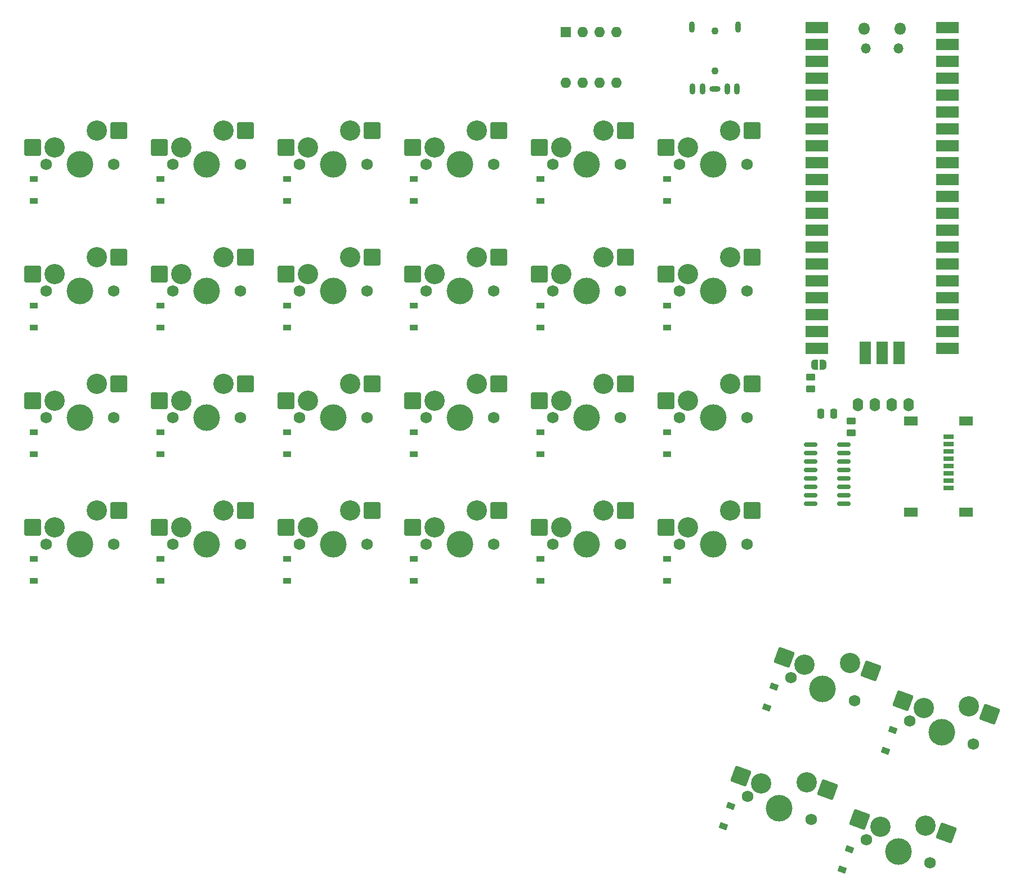
<source format=gbs>
%TF.GenerationSoftware,KiCad,Pcbnew,6.99.0-dfdedfa605*%
%TF.CreationDate,2022-05-26T14:32:38+01:00*%
%TF.ProjectId,keyboard-left,6b657962-6f61-4726-942d-6c6566742e6b,dev-1*%
%TF.SameCoordinates,Original*%
%TF.FileFunction,Soldermask,Bot*%
%TF.FilePolarity,Negative*%
%FSLAX46Y46*%
G04 Gerber Fmt 4.6, Leading zero omitted, Abs format (unit mm)*
G04 Created by KiCad (PCBNEW 6.99.0-dfdedfa605) date 2022-05-26 14:32:38*
%MOMM*%
%LPD*%
G01*
G04 APERTURE LIST*
G04 Aperture macros list*
%AMRoundRect*
0 Rectangle with rounded corners*
0 $1 Rounding radius*
0 $2 $3 $4 $5 $6 $7 $8 $9 X,Y pos of 4 corners*
0 Add a 4 corners polygon primitive as box body*
4,1,4,$2,$3,$4,$5,$6,$7,$8,$9,$2,$3,0*
0 Add four circle primitives for the rounded corners*
1,1,$1+$1,$2,$3*
1,1,$1+$1,$4,$5*
1,1,$1+$1,$6,$7*
1,1,$1+$1,$8,$9*
0 Add four rect primitives between the rounded corners*
20,1,$1+$1,$2,$3,$4,$5,0*
20,1,$1+$1,$4,$5,$6,$7,0*
20,1,$1+$1,$6,$7,$8,$9,0*
20,1,$1+$1,$8,$9,$2,$3,0*%
%AMRotRect*
0 Rectangle, with rotation*
0 The origin of the aperture is its center*
0 $1 length*
0 $2 width*
0 $3 Rotation angle, in degrees counterclockwise*
0 Add horizontal line*
21,1,$1,$2,0,0,$3*%
%AMFreePoly0*
4,1,19,0.500000,-0.750000,0.000000,-0.750000,0.000000,-0.744911,-0.071157,-0.744911,-0.207708,-0.704816,-0.327430,-0.627875,-0.420627,-0.520320,-0.479746,-0.390866,-0.500000,-0.250000,-0.500000,0.250000,-0.479746,0.390866,-0.420627,0.520320,-0.327430,0.627875,-0.207708,0.704816,-0.071157,0.744911,0.000000,0.744911,0.000000,0.750000,0.500000,0.750000,0.500000,-0.750000,0.500000,-0.750000,
$1*%
%AMFreePoly1*
4,1,19,0.000000,0.744911,0.071157,0.744911,0.207708,0.704816,0.327430,0.627875,0.420627,0.520320,0.479746,0.390866,0.500000,0.250000,0.500000,-0.250000,0.479746,-0.390866,0.420627,-0.520320,0.327430,-0.627875,0.207708,-0.704816,0.071157,-0.744911,0.000000,-0.744911,0.000000,-0.750000,-0.500000,-0.750000,-0.500000,0.750000,0.000000,0.750000,0.000000,0.744911,0.000000,0.744911,
$1*%
G04 Aperture macros list end*
%ADD10C,1.750000*%
%ADD11C,3.050000*%
%ADD12C,4.000000*%
%ADD13RoundRect,0.250000X-1.025000X-1.000000X1.025000X-1.000000X1.025000X1.000000X-1.025000X1.000000X0*%
%ADD14R,1.600000X1.600000*%
%ADD15O,1.600000X1.600000*%
%ADD16O,1.600000X2.000000*%
%ADD17RoundRect,0.250000X-1.305205X-0.589122X0.621165X-1.290263X1.305205X0.589122X-0.621165X1.290263X0*%
%ADD18C,1.100000*%
%ADD19O,1.700000X0.850000*%
%ADD20O,0.850000X1.700000*%
%ADD21R,1.200000X0.900000*%
%ADD22O,1.800000X1.800000*%
%ADD23O,1.500000X1.500000*%
%ADD24R,3.500000X1.700000*%
%ADD25R,1.700000X3.500000*%
%ADD26RotRect,0.900000X1.200000X70.000000*%
%ADD27RoundRect,0.150000X0.825000X0.150000X-0.825000X0.150000X-0.825000X-0.150000X0.825000X-0.150000X0*%
%ADD28RoundRect,0.250000X-0.450000X0.262500X-0.450000X-0.262500X0.450000X-0.262500X0.450000X0.262500X0*%
%ADD29RoundRect,0.250000X-0.250000X-0.475000X0.250000X-0.475000X0.250000X0.475000X-0.250000X0.475000X0*%
%ADD30R,1.500000X0.800000*%
%ADD31R,2.000000X1.450000*%
%ADD32FreePoly0,0.000000*%
%ADD33FreePoly1,0.000000*%
G04 APERTURE END LIST*
D10*
%TO.C,SW1*%
X32283400Y-50623200D03*
D11*
X33553400Y-48083200D03*
D12*
X37363400Y-50623200D03*
D11*
X39903400Y-45543200D03*
D10*
X42443400Y-50623200D03*
D13*
X30278400Y-48083200D03*
X43205400Y-45543200D03*
%TD*%
D10*
%TO.C,SW20*%
X108483400Y-69673200D03*
D11*
X109753400Y-67133200D03*
D12*
X113563400Y-69673200D03*
D11*
X116103400Y-64593200D03*
D10*
X118643400Y-69673200D03*
D13*
X106478400Y-67133200D03*
X119405400Y-64593200D03*
%TD*%
D10*
%TO.C,SW10*%
X70383400Y-69673200D03*
D11*
X71653400Y-67133200D03*
D12*
X75463400Y-69673200D03*
D11*
X78003400Y-64593200D03*
D10*
X80543400Y-69673200D03*
D13*
X68378400Y-67133200D03*
X81305400Y-64593200D03*
%TD*%
D10*
%TO.C,SW25*%
X127533400Y-69673200D03*
D11*
X128803400Y-67133200D03*
D12*
X132613400Y-69673200D03*
D11*
X135153400Y-64593200D03*
D10*
X137693400Y-69673200D03*
D13*
X125528400Y-67133200D03*
X138455400Y-64593200D03*
%TD*%
D10*
%TO.C,SW17*%
X89433400Y-107773200D03*
D11*
X90703400Y-105233200D03*
D12*
X94513400Y-107773200D03*
D11*
X97053400Y-102693200D03*
D10*
X99593400Y-107773200D03*
D13*
X87428400Y-105233200D03*
X100355400Y-102693200D03*
%TD*%
D14*
%TO.C,SW29*%
X110398399Y-30673199D03*
D15*
X112938399Y-30673199D03*
X115478399Y-30673199D03*
X118018399Y-30673199D03*
X118018399Y-38293199D03*
X115478399Y-38293199D03*
X112938399Y-38293199D03*
X110398399Y-38293199D03*
%TD*%
D10*
%TO.C,SW26*%
X127533400Y-88723200D03*
D11*
X128803400Y-86183200D03*
D12*
X132613400Y-88723200D03*
D11*
X135153400Y-83643200D03*
D10*
X137693400Y-88723200D03*
D13*
X125528400Y-86183200D03*
X138455400Y-83643200D03*
%TD*%
D16*
%TO.C,Brd1*%
X154393399Y-86758199D03*
X156933399Y-86758199D03*
X159473399Y-86758199D03*
X162013399Y-86758199D03*
%TD*%
D10*
%TO.C,SW15*%
X89433400Y-69673200D03*
D11*
X90703400Y-67133200D03*
D12*
X94513400Y-69673200D03*
D11*
X97053400Y-64593200D03*
D10*
X99593400Y-69673200D03*
D13*
X87428400Y-67133200D03*
X100355400Y-64593200D03*
%TD*%
D10*
%TO.C,SW24*%
X127533400Y-50623200D03*
D11*
X128803400Y-48083200D03*
D12*
X132613400Y-50623200D03*
D11*
X135153400Y-45543200D03*
D10*
X137693400Y-50623200D03*
D13*
X125528400Y-48083200D03*
X138455400Y-45543200D03*
%TD*%
D10*
%TO.C,SW18*%
X162172496Y-134336763D03*
D11*
X164234637Y-132384309D03*
D12*
X166946135Y-136074225D03*
D11*
X171070417Y-132169318D03*
D10*
X171719774Y-137811687D03*
D17*
X161157144Y-131264193D03*
X174173282Y-133298668D03*
%TD*%
D10*
%TO.C,SW6*%
X51333400Y-69673200D03*
D11*
X52603400Y-67133200D03*
D12*
X56413400Y-69673200D03*
D11*
X58953400Y-64593200D03*
D10*
X61493400Y-69673200D03*
D13*
X49328400Y-67133200D03*
X62255400Y-64593200D03*
%TD*%
D10*
%TO.C,SW21*%
X108483400Y-88723200D03*
D11*
X109753400Y-86183200D03*
D12*
X113563400Y-88723200D03*
D11*
X116103400Y-83643200D03*
D10*
X118643400Y-88723200D03*
D13*
X106478400Y-86183200D03*
X119405400Y-83643200D03*
%TD*%
D10*
%TO.C,SW4*%
X32283400Y-107773200D03*
D11*
X33553400Y-105233200D03*
D12*
X37363400Y-107773200D03*
D11*
X39903400Y-102693200D03*
D10*
X42443400Y-107773200D03*
D13*
X30278400Y-105233200D03*
X43205400Y-102693200D03*
%TD*%
D10*
%TO.C,SW23*%
X137755868Y-145722424D03*
D11*
X139818009Y-143769970D03*
D12*
X142529507Y-147459886D03*
D11*
X146653789Y-143554979D03*
D10*
X147303146Y-149197348D03*
D17*
X136740516Y-142649854D03*
X149756654Y-144684329D03*
%TD*%
D10*
%TO.C,SW11*%
X70383400Y-88723200D03*
D11*
X71653400Y-86183200D03*
D12*
X75463400Y-88723200D03*
D11*
X78003400Y-83643200D03*
D10*
X80543400Y-88723200D03*
D13*
X68378400Y-86183200D03*
X81305400Y-83643200D03*
%TD*%
D10*
%TO.C,SW19*%
X108483400Y-50623200D03*
D11*
X109753400Y-48083200D03*
D12*
X113563400Y-50623200D03*
D11*
X116103400Y-45543200D03*
D10*
X118643400Y-50623200D03*
D13*
X106478400Y-48083200D03*
X119405400Y-45543200D03*
%TD*%
D10*
%TO.C,SW5*%
X51333400Y-50623200D03*
D11*
X52603400Y-48083200D03*
D12*
X56413400Y-50623200D03*
D11*
X58953400Y-45543200D03*
D10*
X61493400Y-50623200D03*
D13*
X49328400Y-48083200D03*
X62255400Y-45543200D03*
%TD*%
D10*
%TO.C,SW27*%
X127533400Y-107773200D03*
D11*
X128803400Y-105233200D03*
D12*
X132613400Y-107773200D03*
D11*
X135153400Y-102693200D03*
D10*
X137693400Y-107773200D03*
D13*
X125528400Y-105233200D03*
X138455400Y-102693200D03*
%TD*%
D10*
%TO.C,SW16*%
X89433400Y-88723200D03*
D11*
X90703400Y-86183200D03*
D12*
X94513400Y-88723200D03*
D11*
X97053400Y-83643200D03*
D10*
X99593400Y-88723200D03*
D13*
X87428400Y-86183200D03*
X100355400Y-83643200D03*
%TD*%
D10*
%TO.C,SW8*%
X51333400Y-107773200D03*
D11*
X52603400Y-105233200D03*
D12*
X56413400Y-107773200D03*
D11*
X58953400Y-102693200D03*
D10*
X61493400Y-107773200D03*
D13*
X49328400Y-105233200D03*
X62255400Y-102693200D03*
%TD*%
D18*
%TO.C,J2*%
X132842000Y-30566000D03*
X132842000Y-36566000D03*
D19*
X132841999Y-39265999D03*
D20*
X136191999Y-39265999D03*
X129491999Y-39265999D03*
X129391999Y-29965999D03*
X136291999Y-29965999D03*
X134691999Y-39265999D03*
X130991999Y-39265999D03*
%TD*%
D10*
%TO.C,SW13*%
X144271352Y-127821280D03*
D11*
X146333493Y-125868826D03*
D12*
X149044991Y-129558742D03*
D11*
X153169273Y-125653835D03*
D10*
X153818630Y-131296204D03*
D17*
X143256000Y-124748710D03*
X156272138Y-126783185D03*
%TD*%
D10*
%TO.C,SW3*%
X32283400Y-88723200D03*
D11*
X33553400Y-86183200D03*
D12*
X37363400Y-88723200D03*
D11*
X39903400Y-83643200D03*
D10*
X42443400Y-88723200D03*
D13*
X30278400Y-86183200D03*
X43205400Y-83643200D03*
%TD*%
D10*
%TO.C,SW28*%
X155657013Y-152237908D03*
D11*
X157719154Y-150285454D03*
D12*
X160430652Y-153975370D03*
D11*
X164554934Y-150070463D03*
D10*
X165204291Y-155712832D03*
D17*
X154641661Y-149165338D03*
X167657799Y-151199813D03*
%TD*%
D10*
%TO.C,SW7*%
X51333400Y-88723200D03*
D11*
X52603400Y-86183200D03*
D12*
X56413400Y-88723200D03*
D11*
X58953400Y-83643200D03*
D10*
X61493400Y-88723200D03*
D13*
X49328400Y-86183200D03*
X62255400Y-83643200D03*
%TD*%
D10*
%TO.C,SW14*%
X89433400Y-50623200D03*
D11*
X90703400Y-48083200D03*
D12*
X94513400Y-50623200D03*
D11*
X97053400Y-45543200D03*
D10*
X99593400Y-50623200D03*
D13*
X87428400Y-48083200D03*
X100355400Y-45543200D03*
%TD*%
D10*
%TO.C,SW9*%
X70383400Y-50623200D03*
D11*
X71653400Y-48083200D03*
D12*
X75463400Y-50623200D03*
D11*
X78003400Y-45543200D03*
D10*
X80543400Y-50623200D03*
D13*
X68378400Y-48083200D03*
X81305400Y-45543200D03*
%TD*%
D10*
%TO.C,SW2*%
X32283400Y-69673200D03*
D11*
X33553400Y-67133200D03*
D12*
X37363400Y-69673200D03*
D11*
X39903400Y-64593200D03*
D10*
X42443400Y-69673200D03*
D13*
X30278400Y-67133200D03*
X43205400Y-64593200D03*
%TD*%
D10*
%TO.C,SW22*%
X108483400Y-107773200D03*
D11*
X109753400Y-105233200D03*
D12*
X113563400Y-107773200D03*
D11*
X116103400Y-102693200D03*
D10*
X118643400Y-107773200D03*
D13*
X106478400Y-105233200D03*
X119405400Y-102693200D03*
%TD*%
D10*
%TO.C,SW12*%
X70383400Y-107773200D03*
D11*
X71653400Y-105233200D03*
D12*
X75463400Y-107773200D03*
D11*
X78003400Y-102693200D03*
D10*
X80543400Y-107773200D03*
D13*
X68378400Y-105233200D03*
X81305400Y-102693200D03*
%TD*%
D21*
%TO.C,D10*%
X68478399Y-75133199D03*
X68478399Y-71833199D03*
%TD*%
%TO.C,D2*%
X30378399Y-75133199D03*
X30378399Y-71833199D03*
%TD*%
D22*
%TO.C,U2*%
X160738399Y-30178199D03*
D23*
X160438399Y-33208199D03*
X155588399Y-33208199D03*
D22*
X155288399Y-30178199D03*
D24*
X167803399Y-30048199D03*
X167803399Y-32588199D03*
X167803399Y-35128199D03*
X167803399Y-37668199D03*
X167803399Y-40208199D03*
X167803399Y-42748199D03*
X167803399Y-45288199D03*
X167803399Y-47828199D03*
X167803399Y-50368199D03*
X167803399Y-52908199D03*
X167803399Y-55448199D03*
X167803399Y-57988199D03*
X167803399Y-60528199D03*
X167803399Y-63068199D03*
X167803399Y-65608199D03*
X167803399Y-68148199D03*
X167803399Y-70688199D03*
X167803399Y-73228199D03*
X167803399Y-75768199D03*
X167803399Y-78308199D03*
X148223399Y-78308199D03*
X148223399Y-75768199D03*
X148223399Y-73228199D03*
X148223399Y-70688199D03*
X148223399Y-68148199D03*
X148223399Y-65608199D03*
X148223399Y-63068199D03*
X148223399Y-60528199D03*
X148223399Y-57988199D03*
X148223399Y-55448199D03*
X148223399Y-52908199D03*
X148223399Y-50368199D03*
X148223399Y-47828199D03*
X148223399Y-45288199D03*
X148223399Y-42748199D03*
X148223399Y-40208199D03*
X148223399Y-37668199D03*
X148223399Y-35128199D03*
X148223399Y-32588199D03*
X148223399Y-30048199D03*
D25*
X160553399Y-78978199D03*
X158013399Y-78978199D03*
X155473399Y-78978199D03*
%TD*%
D21*
%TO.C,D22*%
X106578399Y-113233199D03*
X106578399Y-109933199D03*
%TD*%
D26*
%TO.C,D28*%
X151999468Y-156717080D03*
X153128134Y-153616094D03*
%TD*%
%TO.C,D18*%
X158514952Y-138815936D03*
X159643618Y-135714950D03*
%TD*%
D21*
%TO.C,D9*%
X68478399Y-56083199D03*
X68478399Y-52783199D03*
%TD*%
%TO.C,D19*%
X106578399Y-56083199D03*
X106578399Y-52783199D03*
%TD*%
%TO.C,D5*%
X49428399Y-56083199D03*
X49428399Y-52783199D03*
%TD*%
%TO.C,D21*%
X106578399Y-94183199D03*
X106578399Y-90883199D03*
%TD*%
%TO.C,D27*%
X125628399Y-113233199D03*
X125628399Y-109933199D03*
%TD*%
%TO.C,D25*%
X125628399Y-75133199D03*
X125628399Y-71833199D03*
%TD*%
%TO.C,D8*%
X49428399Y-113233199D03*
X49428399Y-109933199D03*
%TD*%
%TO.C,D4*%
X30378399Y-113233199D03*
X30378399Y-109933199D03*
%TD*%
D26*
%TO.C,D23*%
X134098323Y-150201596D03*
X135226989Y-147100610D03*
%TD*%
D21*
%TO.C,D20*%
X106578399Y-75133199D03*
X106578399Y-71833199D03*
%TD*%
D27*
%TO.C,U1*%
X152233400Y-92786200D03*
X152233400Y-94056200D03*
X152233400Y-95326200D03*
X152233400Y-96596200D03*
X152233400Y-97866200D03*
X152233400Y-99136200D03*
X152233400Y-100406200D03*
X152233400Y-101676200D03*
X147283400Y-101676200D03*
X147283400Y-100406200D03*
X147283400Y-99136200D03*
X147283400Y-97866200D03*
X147283400Y-96596200D03*
X147283400Y-95326200D03*
X147283400Y-94056200D03*
X147283400Y-92786200D03*
%TD*%
D26*
%TO.C,D13*%
X140613807Y-132300452D03*
X141742473Y-129199466D03*
%TD*%
D28*
%TO.C,R2*%
X153314400Y-89206700D03*
X153314400Y-91031700D03*
%TD*%
D29*
%TO.C,C1*%
X148808400Y-88087200D03*
X150708400Y-88087200D03*
%TD*%
D21*
%TO.C,D26*%
X125628399Y-94183199D03*
X125628399Y-90883199D03*
%TD*%
D30*
%TO.C,J1*%
X167986399Y-99288199D03*
X167986399Y-98188199D03*
X167986399Y-97088199D03*
X167986399Y-95988199D03*
X167986399Y-94888199D03*
X167986399Y-93788199D03*
X167986399Y-92688199D03*
X167986399Y-91588199D03*
D31*
X162286399Y-102963199D03*
X170586399Y-102963199D03*
X162286399Y-89213199D03*
X170586399Y-89213199D03*
%TD*%
D21*
%TO.C,D14*%
X87528399Y-56083199D03*
X87528399Y-52783199D03*
%TD*%
%TO.C,D6*%
X49428399Y-75133199D03*
X49428399Y-71833199D03*
%TD*%
%TO.C,D11*%
X68478399Y-94183199D03*
X68478399Y-90883199D03*
%TD*%
%TO.C,D16*%
X87528399Y-94183199D03*
X87528399Y-90883199D03*
%TD*%
%TO.C,D3*%
X30378399Y-94183199D03*
X30378399Y-90883199D03*
%TD*%
D32*
%TO.C,JP1*%
X147838400Y-80721200D03*
D33*
X149138400Y-80721200D03*
%TD*%
D21*
%TO.C,D15*%
X87528399Y-75133199D03*
X87528399Y-71833199D03*
%TD*%
%TO.C,D24*%
X125628399Y-56083199D03*
X125628399Y-52783199D03*
%TD*%
%TO.C,D17*%
X87528399Y-113233199D03*
X87528399Y-109933199D03*
%TD*%
D28*
%TO.C,R1*%
X147218400Y-82602700D03*
X147218400Y-84427700D03*
%TD*%
D21*
%TO.C,D1*%
X30378399Y-56083199D03*
X30378399Y-52783199D03*
%TD*%
%TO.C,D12*%
X68478399Y-113233199D03*
X68478399Y-109933199D03*
%TD*%
%TO.C,D7*%
X49428399Y-94183199D03*
X49428399Y-90883199D03*
%TD*%
M02*

</source>
